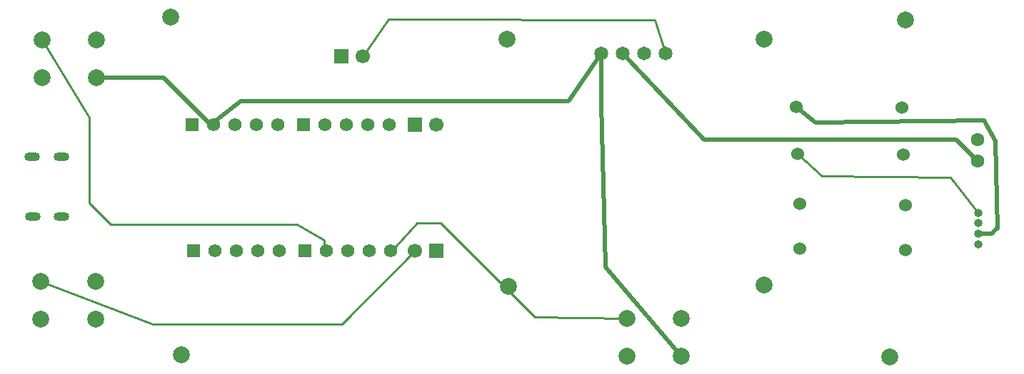
<source format=gbl>
G04 Layer: BottomLayer*
G04 EasyEDA v6.5.51, 2026-01-08 14:15:24*
G04 8ef0b08dc1df4c4d9fe98ab44df64a74,135c0aa5003143b9a617c0a099cfb315,10*
G04 Gerber Generator version 0.2*
G04 Scale: 100 percent, Rotated: No, Reflected: No *
G04 Dimensions in millimeters *
G04 leading zeros omitted , absolute positions ,4 integer and 5 decimal *
%FSLAX45Y45*%
%MOMM*%

%ADD10C,0.2540*%
%ADD11C,0.5000*%
%ADD12C,1.5748*%
%ADD13R,1.5748X1.5748*%
%ADD14R,1.7000X1.7000*%
%ADD15R,0.0152X1.7000*%
%ADD16C,1.7000*%
%ADD17C,2.0000*%
%ADD18O,0.999998X0.999998*%
%ADD19C,1.6500*%
%ADD20C,1.6000*%
%ADD21C,1.5240*%
%ADD22O,1.850009X1.050011*%

%LPD*%
D10*
X6832600Y3467227D02*
G01*
X6705600Y3860800D01*
X6705600Y3860800D02*
G01*
X3543300Y3873500D01*
X3238500Y3429000D01*
X8394700Y2273300D02*
G01*
X8686800Y2006600D01*
X10210800Y1993900D01*
X10541000Y1571802D01*
X0Y1689100D02*
G01*
X0Y2197100D01*
X0Y2705100D01*
X-566165Y3628644D01*
X-578865Y758446D02*
G01*
X750570Y245869D01*
X2989069Y245869D01*
X3860800Y1117600D01*
D11*
X10769600Y1384300D02*
G01*
X10744200Y2425700D01*
X10604500Y2667000D01*
X8610600Y2641600D01*
X8382000Y2832100D01*
X10541000Y1321790D02*
G01*
X10694390Y1321790D01*
X10769600Y1397000D01*
X1435100Y2616200D02*
G01*
X872746Y3178553D01*
X83565Y3178553D01*
X5676900Y2895600D02*
G01*
X1790700Y2895600D01*
X1435100Y2616200D01*
D10*
X6368034Y313946D02*
G01*
X5283200Y330200D01*
X4165600Y1447800D01*
X0Y1689100D02*
G01*
X254000Y1435100D01*
X2463800Y1435100D01*
X2463800Y1435100D02*
G01*
X2781300Y1244600D01*
X2781300Y1079500D01*
X4165600Y1447800D02*
G01*
X3886200Y1447800D01*
X3543300Y1079500D01*
D11*
X10528300Y2184400D02*
G01*
X10274300Y2438400D01*
X7289800Y2438400D01*
X6070600Y2861871D02*
G01*
X6121400Y939800D01*
X5689600Y2908300D02*
G01*
X6070600Y3467100D01*
X6070600Y3466975D02*
G01*
X6070600Y2861871D01*
X7289800Y2438400D02*
G01*
X6324600Y3467224D01*
X6121400Y927100D02*
G01*
X7017890Y-136090D01*
D12*
G01*
X3556000Y2616200D03*
G01*
X3302000Y2616200D03*
G01*
X3048000Y2616200D03*
G01*
X2794000Y2616200D03*
D13*
G01*
X2540000Y2616200D03*
D12*
G01*
X2235200Y2616200D03*
G01*
X1981200Y2616200D03*
G01*
X1727200Y2616200D03*
G01*
X1473200Y2616200D03*
D13*
G01*
X1219200Y2616200D03*
D12*
G01*
X2247900Y1117600D03*
G01*
X1993900Y1117600D03*
G01*
X1739900Y1117600D03*
G01*
X1485900Y1117600D03*
D13*
G01*
X1231900Y1117600D03*
D12*
G01*
X3568700Y1117600D03*
G01*
X3314700Y1117600D03*
G01*
X3060700Y1117600D03*
G01*
X2806700Y1117600D03*
D13*
G01*
X2552700Y1117600D03*
D14*
G01*
X4114800Y1117600D03*
D16*
G01*
X3860800Y1117600D03*
D14*
G01*
X3860800Y2616200D03*
D16*
G01*
X4114800Y2616200D03*
D14*
G01*
X2984500Y3429000D03*
D16*
G01*
X3238500Y3429000D03*
D17*
G01*
X-566293Y3178606D03*
G01*
X83693Y3178606D03*
G01*
X83693Y3628593D03*
G01*
X-566293Y3628593D03*
G01*
X-578993Y308406D03*
G01*
X70993Y308406D03*
G01*
X70993Y758393D03*
G01*
X-578993Y758393D03*
G01*
X6367906Y-136093D03*
G01*
X7017893Y-136093D03*
G01*
X7017893Y313893D03*
G01*
X6367906Y313893D03*
D18*
G01*
X10541000Y1571802D03*
G01*
X10541000Y1446809D03*
G01*
X10541000Y1196797D03*
G01*
X10541000Y1321790D03*
D19*
G01*
X6832600Y3467227D03*
G01*
X6578600Y3467227D03*
G01*
X6324600Y3467227D03*
G01*
X6070600Y3466972D03*
D20*
G01*
X10528300Y2438400D03*
G01*
X10528300Y2184400D03*
D21*
G01*
X8382000Y2832100D03*
G01*
X9632010Y2819400D03*
G01*
X8394700Y2273300D03*
G01*
X9644710Y2260600D03*
G01*
X8420100Y1676400D03*
G01*
X9670110Y1663700D03*
G01*
X8420100Y1143000D03*
G01*
X9670110Y1130300D03*
D17*
G01*
X9677400Y3860800D03*
G01*
X1092200Y-114300D03*
G01*
X965200Y3898900D03*
G01*
X9486900Y-139700D03*
G01*
X4953000Y3632200D03*
G01*
X8001000Y3632200D03*
G01*
X4965700Y698500D03*
G01*
X8001000Y711200D03*
D22*
G01*
X-680491Y2237079D03*
G01*
X-335508Y1522095D03*
G01*
X-675512Y1522095D03*
G01*
X-335508Y2237079D03*
M02*

</source>
